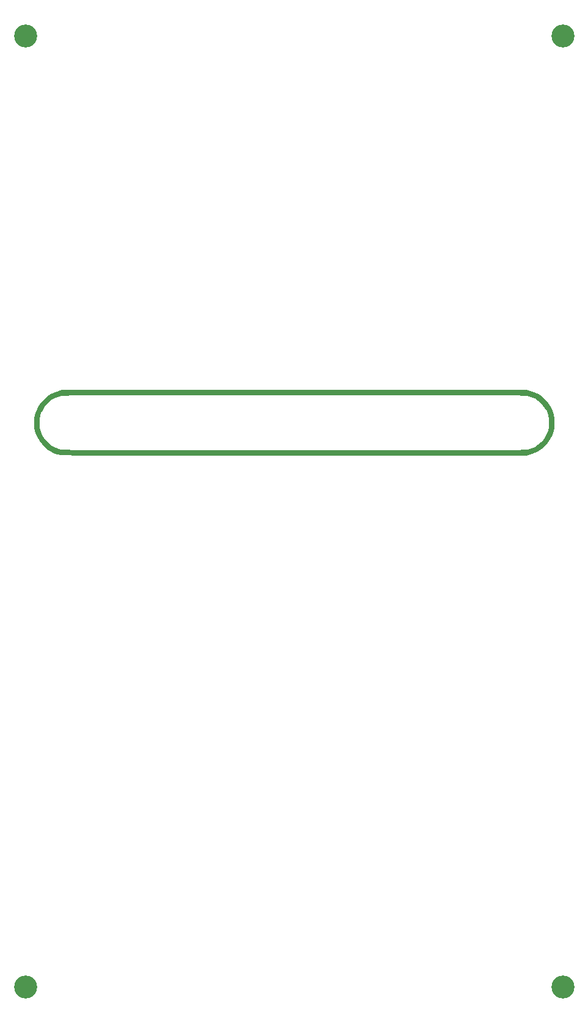
<source format=gbr>
G04 #@! TF.GenerationSoftware,KiCad,Pcbnew,6.0.11-2627ca5db0~126~ubuntu22.04.1*
G04 #@! TF.CreationDate,2025-05-27T11:15:30+02:00*
G04 #@! TF.ProjectId,TopCoverQPCR,546f7043-6f76-4657-9251-5043522e6b69,rev?*
G04 #@! TF.SameCoordinates,Original*
G04 #@! TF.FileFunction,Soldermask,Top*
G04 #@! TF.FilePolarity,Negative*
%FSLAX46Y46*%
G04 Gerber Fmt 4.6, Leading zero omitted, Abs format (unit mm)*
G04 Created by KiCad (PCBNEW 6.0.11-2627ca5db0~126~ubuntu22.04.1) date 2025-05-27 11:15:30*
%MOMM*%
%LPD*%
G01*
G04 APERTURE LIST*
%ADD10C,3.200000*%
G04 APERTURE END LIST*
G36*
X63941517Y-87669311D02*
G01*
X63942815Y-87390181D01*
X63948046Y-87175424D01*
X63959215Y-87004484D01*
X63978326Y-86856806D01*
X64007384Y-86711833D01*
X64048394Y-86549012D01*
X64052148Y-86534984D01*
X64254160Y-85940773D01*
X64527715Y-85388361D01*
X64868005Y-84882570D01*
X65270221Y-84428221D01*
X65729556Y-84030134D01*
X66241200Y-83693129D01*
X66800347Y-83422028D01*
X67340188Y-83238378D01*
X67751753Y-83124495D01*
X132290651Y-83124495D01*
X132702217Y-83238378D01*
X133300002Y-83446048D01*
X133854613Y-83723960D01*
X134361240Y-84067293D01*
X134815077Y-84471226D01*
X135211313Y-84930939D01*
X135545143Y-85441611D01*
X135811756Y-85998422D01*
X135990256Y-86534984D01*
X136032281Y-86700058D01*
X136062198Y-86845683D01*
X136082012Y-86992412D01*
X136093727Y-87160803D01*
X136099349Y-87371409D01*
X136100881Y-87644787D01*
X136100887Y-87669311D01*
X136099589Y-87948441D01*
X136094358Y-88163198D01*
X136083189Y-88334138D01*
X136064078Y-88481816D01*
X136035020Y-88626789D01*
X135994010Y-88789610D01*
X135990256Y-88803638D01*
X135788401Y-89397138D01*
X135514882Y-89949171D01*
X135174581Y-90454844D01*
X134772383Y-90909259D01*
X134313170Y-91307520D01*
X133801824Y-91644733D01*
X133243230Y-91916001D01*
X132702217Y-92100244D01*
X132290651Y-92214127D01*
X100148414Y-92221011D01*
X98106438Y-92221425D01*
X96147686Y-92221774D01*
X94270575Y-92222056D01*
X92473520Y-92222268D01*
X90754939Y-92222408D01*
X89113248Y-92222473D01*
X87546862Y-92222462D01*
X86054199Y-92222371D01*
X84633675Y-92222199D01*
X83283706Y-92221943D01*
X82002708Y-92221601D01*
X80789097Y-92221170D01*
X79641291Y-92220649D01*
X78557705Y-92220035D01*
X77536756Y-92219325D01*
X76576859Y-92218517D01*
X75676432Y-92217610D01*
X74833891Y-92216600D01*
X74047652Y-92215485D01*
X73316131Y-92214263D01*
X72637744Y-92212932D01*
X72010909Y-92211489D01*
X71434041Y-92209933D01*
X70905557Y-92208259D01*
X70423873Y-92206468D01*
X69987405Y-92204555D01*
X69594570Y-92202519D01*
X69243783Y-92200357D01*
X68933463Y-92198067D01*
X68662024Y-92195647D01*
X68427882Y-92193095D01*
X68229456Y-92190407D01*
X68065160Y-92187583D01*
X67933411Y-92184618D01*
X67832625Y-92181512D01*
X67761219Y-92178262D01*
X67717609Y-92174865D01*
X67707212Y-92173396D01*
X67178746Y-92049276D01*
X66692973Y-91873369D01*
X66223160Y-91634802D01*
X65924894Y-91448474D01*
X65455177Y-91085278D01*
X65035046Y-90658090D01*
X64671001Y-90176092D01*
X64369542Y-89648462D01*
X64137168Y-89084380D01*
X64052148Y-88803638D01*
X64010123Y-88638564D01*
X63980206Y-88492939D01*
X63960392Y-88346210D01*
X63948677Y-88177819D01*
X63943056Y-87967213D01*
X63941908Y-87762553D01*
X64685511Y-87762553D01*
X64737433Y-88305447D01*
X64863168Y-88835583D01*
X65061712Y-89341336D01*
X65291801Y-89750794D01*
X65440494Y-89950495D01*
X65637870Y-90176222D01*
X65862379Y-90406389D01*
X66092469Y-90619407D01*
X66306589Y-90793690D01*
X66394613Y-90855450D01*
X66770897Y-91067362D01*
X67190897Y-91245140D01*
X67615434Y-91372585D01*
X67680501Y-91387083D01*
X67705209Y-91391892D01*
X67734041Y-91396498D01*
X67768797Y-91400908D01*
X67811281Y-91405124D01*
X67863293Y-91409153D01*
X67926634Y-91412997D01*
X68003106Y-91416662D01*
X68094512Y-91420152D01*
X68202651Y-91423471D01*
X68329327Y-91426625D01*
X68476339Y-91429617D01*
X68645491Y-91432452D01*
X68838582Y-91435134D01*
X69057416Y-91437668D01*
X69303793Y-91440059D01*
X69579515Y-91442310D01*
X69886383Y-91444427D01*
X70226199Y-91446413D01*
X70600765Y-91448274D01*
X71011881Y-91450013D01*
X71461350Y-91451636D01*
X71950974Y-91453146D01*
X72482552Y-91454548D01*
X73057888Y-91455847D01*
X73678782Y-91457047D01*
X74347037Y-91458153D01*
X75064453Y-91459168D01*
X75832832Y-91460098D01*
X76653976Y-91460947D01*
X77529686Y-91461719D01*
X78461763Y-91462419D01*
X79452010Y-91463051D01*
X80502228Y-91463620D01*
X81614218Y-91464131D01*
X82789782Y-91464587D01*
X84030721Y-91464993D01*
X85338837Y-91465354D01*
X86715931Y-91465675D01*
X88163805Y-91465958D01*
X89684261Y-91466210D01*
X91279099Y-91466435D01*
X92950122Y-91466636D01*
X94699131Y-91466819D01*
X96527927Y-91466988D01*
X98438312Y-91467148D01*
X100000000Y-91467269D01*
X101975236Y-91467416D01*
X103867467Y-91467545D01*
X105678497Y-91467653D01*
X107410130Y-91467735D01*
X109064169Y-91467786D01*
X110642418Y-91467804D01*
X112146680Y-91467783D01*
X113578760Y-91467719D01*
X114940460Y-91467608D01*
X116233584Y-91467445D01*
X117459936Y-91467227D01*
X118621319Y-91466949D01*
X119719537Y-91466606D01*
X120756393Y-91466195D01*
X121733692Y-91465711D01*
X122653236Y-91465149D01*
X123516829Y-91464506D01*
X124326274Y-91463778D01*
X125083377Y-91462959D01*
X125789938Y-91462046D01*
X126447764Y-91461034D01*
X127058656Y-91459920D01*
X127624419Y-91458698D01*
X128146856Y-91457365D01*
X128627771Y-91455916D01*
X129068967Y-91454346D01*
X129472248Y-91452653D01*
X129839417Y-91450831D01*
X130172279Y-91448876D01*
X130472636Y-91446783D01*
X130742292Y-91444550D01*
X130983051Y-91442170D01*
X131196716Y-91439640D01*
X131385091Y-91436956D01*
X131549979Y-91434114D01*
X131693184Y-91431108D01*
X131816510Y-91427935D01*
X131921761Y-91424591D01*
X132010738Y-91421071D01*
X132085247Y-91417370D01*
X132147091Y-91413486D01*
X132198074Y-91409412D01*
X132239998Y-91405146D01*
X132274668Y-91400682D01*
X132303888Y-91396017D01*
X132329460Y-91391147D01*
X132333055Y-91390406D01*
X132861760Y-91244661D01*
X133340080Y-91034943D01*
X133779985Y-90754783D01*
X134193441Y-90397709D01*
X134222380Y-90368987D01*
X134385700Y-90197644D01*
X134544477Y-90017495D01*
X134678071Y-89852668D01*
X134751169Y-89750794D01*
X135014841Y-89269629D01*
X135203788Y-88758264D01*
X135318008Y-88226670D01*
X135357503Y-87684820D01*
X135322272Y-87142685D01*
X135212315Y-86610238D01*
X135027632Y-86097451D01*
X134768223Y-85614295D01*
X134751169Y-85587828D01*
X134651297Y-85451480D01*
X134510244Y-85281105D01*
X134348647Y-85100833D01*
X134222380Y-84969635D01*
X133810360Y-84606799D01*
X133372749Y-84321341D01*
X132897580Y-84106789D01*
X132372886Y-83956674D01*
X132333055Y-83948216D01*
X132307855Y-83943313D01*
X132279260Y-83938616D01*
X132245466Y-83934120D01*
X132204669Y-83929822D01*
X132155064Y-83925717D01*
X132094848Y-83921800D01*
X132022215Y-83918068D01*
X131935363Y-83914515D01*
X131832486Y-83911138D01*
X131711781Y-83907931D01*
X131571444Y-83904891D01*
X131409670Y-83902013D01*
X131224656Y-83899292D01*
X131014596Y-83896725D01*
X130777687Y-83894306D01*
X130512125Y-83892031D01*
X130216106Y-83889897D01*
X129887825Y-83887897D01*
X129525478Y-83886029D01*
X129127261Y-83884287D01*
X128691370Y-83882668D01*
X128216001Y-83881166D01*
X127699349Y-83879777D01*
X127139611Y-83878497D01*
X126534983Y-83877322D01*
X125883659Y-83876247D01*
X125183836Y-83875267D01*
X124433710Y-83874378D01*
X123631477Y-83873577D01*
X122775332Y-83872857D01*
X121863471Y-83872215D01*
X120894091Y-83871647D01*
X119865386Y-83871148D01*
X118775553Y-83870713D01*
X117622788Y-83870338D01*
X116405287Y-83870020D01*
X115121245Y-83869752D01*
X113768858Y-83869531D01*
X112346321Y-83869353D01*
X110851832Y-83869213D01*
X109283586Y-83869106D01*
X107639778Y-83869029D01*
X105918604Y-83868976D01*
X104118260Y-83868944D01*
X102236943Y-83868927D01*
X100272847Y-83868922D01*
X100021202Y-83868922D01*
X98047056Y-83868925D01*
X96155913Y-83868938D01*
X94345966Y-83868965D01*
X92615411Y-83869011D01*
X90962443Y-83869079D01*
X89385255Y-83869176D01*
X87882042Y-83869304D01*
X86451000Y-83869469D01*
X85090321Y-83869676D01*
X83798202Y-83869928D01*
X82572836Y-83870230D01*
X81412417Y-83870586D01*
X80315142Y-83871002D01*
X79279203Y-83871482D01*
X78302797Y-83872030D01*
X77384116Y-83872651D01*
X76521356Y-83873349D01*
X75712711Y-83874128D01*
X74956376Y-83874994D01*
X74250546Y-83875951D01*
X73593414Y-83877002D01*
X72983176Y-83878154D01*
X72418025Y-83879410D01*
X71896158Y-83880775D01*
X71415767Y-83882253D01*
X70975048Y-83883849D01*
X70572195Y-83885567D01*
X70205402Y-83887412D01*
X69872865Y-83889388D01*
X69572778Y-83891500D01*
X69303335Y-83893753D01*
X69062731Y-83896150D01*
X68849160Y-83898697D01*
X68660817Y-83901398D01*
X68495897Y-83904257D01*
X68352594Y-83907279D01*
X68229102Y-83910469D01*
X68123617Y-83913830D01*
X68034332Y-83917368D01*
X67959442Y-83921087D01*
X67897142Y-83924991D01*
X67845626Y-83929085D01*
X67803090Y-83933374D01*
X67767726Y-83937861D01*
X67737731Y-83942552D01*
X67711298Y-83947452D01*
X67700455Y-83949649D01*
X67184691Y-84091889D01*
X66713711Y-84298749D01*
X66275978Y-84576550D01*
X65859955Y-84931616D01*
X65799211Y-84991430D01*
X65510568Y-85304375D01*
X65280918Y-85611522D01*
X65091244Y-85940402D01*
X64982671Y-86173568D01*
X64807125Y-86684989D01*
X64708407Y-87218525D01*
X64685511Y-87762553D01*
X63941908Y-87762553D01*
X63941523Y-87693835D01*
X63941517Y-87669311D01*
G37*
D10*
X62750000Y-34000000D03*
X137250000Y-34000000D03*
X62750000Y-166000000D03*
X137250000Y-166000000D03*
M02*

</source>
